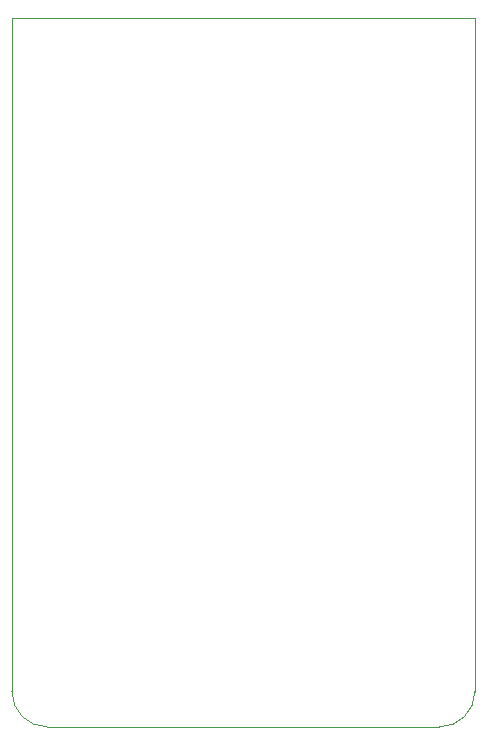
<source format=gbr>
%TF.GenerationSoftware,KiCad,Pcbnew,9.0.4*%
%TF.CreationDate,2025-09-17T11:37:44+01:00*%
%TF.ProjectId,PinCheck-4,50696e43-6865-4636-9b2d-342e6b696361,rev?*%
%TF.SameCoordinates,Original*%
%TF.FileFunction,Profile,NP*%
%FSLAX46Y46*%
G04 Gerber Fmt 4.6, Leading zero omitted, Abs format (unit mm)*
G04 Created by KiCad (PCBNEW 9.0.4) date 2025-09-17 11:37:44*
%MOMM*%
%LPD*%
G01*
G04 APERTURE LIST*
%TA.AperFunction,Profile*%
%ADD10C,0.050000*%
%TD*%
G04 APERTURE END LIST*
D10*
X171070000Y-128600000D02*
G75*
G02*
X168070000Y-131600000I-3000000J0D01*
G01*
X134870000Y-131600000D02*
G75*
G02*
X131870000Y-128600000I0J3000000D01*
G01*
X168070000Y-131600000D02*
X134870000Y-131600000D01*
X131870000Y-71600000D02*
X131870000Y-128600000D01*
X171070000Y-71600000D02*
X131870000Y-71600000D01*
X171070000Y-71600000D02*
X171070000Y-128600000D01*
M02*

</source>
